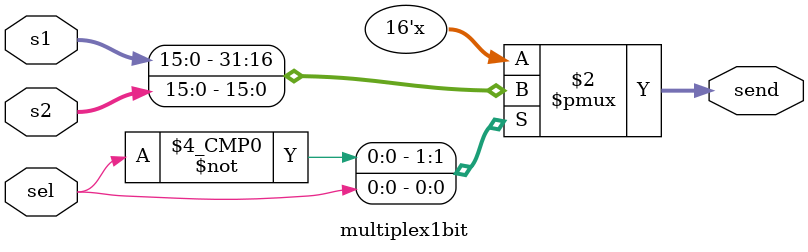
<source format=v>
module multiplex1bit (output reg [15:0]send, input sel, input [15:0]s1, input [15:0]s2);
always@(sel or s1 or s2)
begin
case (sel)
	'b0:send=s1; 
	'b1:send=s2;
	endcase
end
endmodule

</source>
